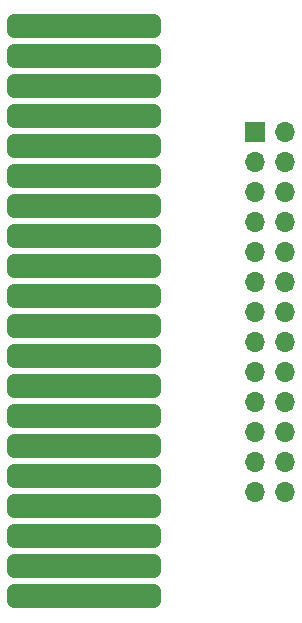
<source format=gbr>
%TF.GenerationSoftware,KiCad,Pcbnew,7.0.11+dfsg-1build4*%
%TF.CreationDate,2024-08-08T20:50:29+02:00*%
%TF.ProjectId,BC01,42433031-2e6b-4696-9361-645f70636258,rev?*%
%TF.SameCoordinates,Original*%
%TF.FileFunction,Soldermask,Top*%
%TF.FilePolarity,Negative*%
%FSLAX46Y46*%
G04 Gerber Fmt 4.6, Leading zero omitted, Abs format (unit mm)*
G04 Created by KiCad (PCBNEW 7.0.11+dfsg-1build4) date 2024-08-08 20:50:29*
%MOMM*%
%LPD*%
G01*
G04 APERTURE LIST*
G04 Aperture macros list*
%AMRoundRect*
0 Rectangle with rounded corners*
0 $1 Rounding radius*
0 $2 $3 $4 $5 $6 $7 $8 $9 X,Y pos of 4 corners*
0 Add a 4 corners polygon primitive as box body*
4,1,4,$2,$3,$4,$5,$6,$7,$8,$9,$2,$3,0*
0 Add four circle primitives for the rounded corners*
1,1,$1+$1,$2,$3*
1,1,$1+$1,$4,$5*
1,1,$1+$1,$6,$7*
1,1,$1+$1,$8,$9*
0 Add four rect primitives between the rounded corners*
20,1,$1+$1,$2,$3,$4,$5,0*
20,1,$1+$1,$4,$5,$6,$7,0*
20,1,$1+$1,$6,$7,$8,$9,0*
20,1,$1+$1,$8,$9,$2,$3,0*%
G04 Aperture macros list end*
%ADD10RoundRect,0.500000X-6.000000X-0.500000X6.000000X-0.500000X6.000000X0.500000X-6.000000X0.500000X0*%
%ADD11R,1.700000X1.700000*%
%ADD12O,1.700000X1.700000*%
G04 APERTURE END LIST*
D10*
%TO.C,J1*%
X127772900Y-113030000D03*
X127772900Y-110490000D03*
X127772900Y-107950000D03*
X127772900Y-105410000D03*
X127772900Y-102870000D03*
X127772900Y-100330000D03*
X127772900Y-97790000D03*
X127772900Y-95250000D03*
X127772900Y-92710000D03*
X127772900Y-90170000D03*
X127772900Y-87630000D03*
X127772900Y-85090000D03*
X127772900Y-82550000D03*
X127772900Y-80010000D03*
X127772900Y-77470000D03*
X127772900Y-74930000D03*
X127772900Y-72390000D03*
X127772900Y-69850000D03*
X127772900Y-67310000D03*
X127772900Y-64770000D03*
%TD*%
D11*
%TO.C,J2*%
X142235000Y-73675000D03*
D12*
X144775000Y-73675000D03*
X142235000Y-76215000D03*
X144775000Y-76215000D03*
X142235000Y-78755000D03*
X144775000Y-78755000D03*
X142235000Y-81295000D03*
X144775000Y-81295000D03*
X142235000Y-83835000D03*
X144775000Y-83835000D03*
X142235000Y-86375000D03*
X144775000Y-86375000D03*
X142235000Y-88915000D03*
X144775000Y-88915000D03*
X142235000Y-91455000D03*
X144775000Y-91455000D03*
X142235000Y-93995000D03*
X144775000Y-93995000D03*
X142235000Y-96535000D03*
X144775000Y-96535000D03*
X142235000Y-99075000D03*
X144775000Y-99075000D03*
X142235000Y-101615000D03*
X144775000Y-101615000D03*
X142235000Y-104155000D03*
X144775000Y-104155000D03*
%TD*%
M02*

</source>
